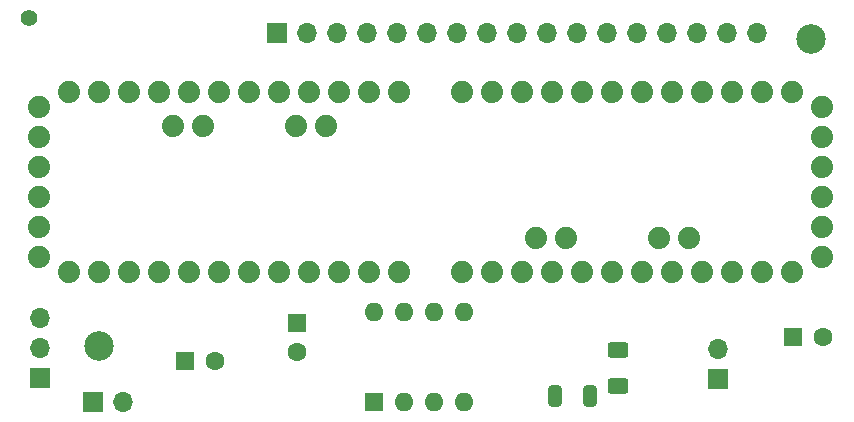
<source format=gbr>
%TF.GenerationSoftware,KiCad,Pcbnew,7.0.2*%
%TF.CreationDate,2023-05-22T23:48:16+02:00*%
%TF.ProjectId,ToneLighter,546f6e65-4c69-4676-9874-65722e6b6963,rev?*%
%TF.SameCoordinates,Original*%
%TF.FileFunction,Soldermask,Top*%
%TF.FilePolarity,Negative*%
%FSLAX46Y46*%
G04 Gerber Fmt 4.6, Leading zero omitted, Abs format (unit mm)*
G04 Created by KiCad (PCBNEW 7.0.2) date 2023-05-22 23:48:16*
%MOMM*%
%LPD*%
G01*
G04 APERTURE LIST*
G04 Aperture macros list*
%AMRoundRect*
0 Rectangle with rounded corners*
0 $1 Rounding radius*
0 $2 $3 $4 $5 $6 $7 $8 $9 X,Y pos of 4 corners*
0 Add a 4 corners polygon primitive as box body*
4,1,4,$2,$3,$4,$5,$6,$7,$8,$9,$2,$3,0*
0 Add four circle primitives for the rounded corners*
1,1,$1+$1,$2,$3*
1,1,$1+$1,$4,$5*
1,1,$1+$1,$6,$7*
1,1,$1+$1,$8,$9*
0 Add four rect primitives between the rounded corners*
20,1,$1+$1,$2,$3,$4,$5,0*
20,1,$1+$1,$4,$5,$6,$7,0*
20,1,$1+$1,$6,$7,$8,$9,0*
20,1,$1+$1,$8,$9,$2,$3,0*%
G04 Aperture macros list end*
%ADD10R,1.600000X1.600000*%
%ADD11C,1.600000*%
%ADD12C,2.500000*%
%ADD13C,1.879600*%
%ADD14O,1.600000X1.600000*%
%ADD15RoundRect,0.250000X-0.625000X0.400000X-0.625000X-0.400000X0.625000X-0.400000X0.625000X0.400000X0*%
%ADD16R,1.700000X1.700000*%
%ADD17O,1.700000X1.700000*%
%ADD18C,1.400000*%
%ADD19RoundRect,0.250000X-0.325000X-0.650000X0.325000X-0.650000X0.325000X0.650000X-0.325000X0.650000X0*%
G04 APERTURE END LIST*
D10*
%TO.C,C2*%
X82500000Y-64750000D03*
D11*
X85000000Y-64750000D03*
%TD*%
D12*
%TO.C,REF\u002A\u002A*%
X135500000Y-37500000D03*
%TD*%
%TO.C,REF\u002A\u002A*%
X75250000Y-63500000D03*
%TD*%
D13*
%TO.C,U3*%
X136463000Y-56021000D03*
X136463000Y-53481000D03*
X136463000Y-50941000D03*
X136463000Y-48401000D03*
X136463000Y-45861000D03*
X136463000Y-43321000D03*
X122620000Y-54370000D03*
X125160000Y-54370000D03*
X114746000Y-54370000D03*
X112206000Y-54370000D03*
X133923000Y-57291000D03*
X131383000Y-57291000D03*
X128843000Y-57291000D03*
X126303000Y-57291000D03*
X123763000Y-57291000D03*
X121223000Y-57291000D03*
X118683000Y-57291000D03*
X116143000Y-57291000D03*
X113603000Y-57291000D03*
X111063000Y-57291000D03*
X108523000Y-57291000D03*
X105983000Y-57291000D03*
X105983000Y-42051000D03*
X108523000Y-42051000D03*
X111063000Y-42051000D03*
X113603000Y-42051000D03*
X116143000Y-42051000D03*
X118683000Y-42051000D03*
X121223000Y-42051000D03*
X123763000Y-42051000D03*
X126303000Y-42051000D03*
X128843000Y-42051000D03*
X131383000Y-42051000D03*
X133923000Y-42051000D03*
%TD*%
%TO.C,U2*%
X72710000Y-57240000D03*
X75250000Y-57240000D03*
X77790000Y-57240000D03*
X80330000Y-57240000D03*
X82870000Y-57240000D03*
X85410000Y-57240000D03*
X87950000Y-57240000D03*
X90490000Y-57240000D03*
X93030000Y-57240000D03*
X95570000Y-57240000D03*
X98110000Y-57240000D03*
X100650000Y-57240000D03*
X100650000Y-42000000D03*
X98110000Y-42000000D03*
X95570000Y-42000000D03*
X93030000Y-42000000D03*
X90490000Y-42000000D03*
X87950000Y-42000000D03*
X85410000Y-42000000D03*
X82870000Y-42000000D03*
X80330000Y-42000000D03*
X77790000Y-42000000D03*
X75250000Y-42000000D03*
X72710000Y-42000000D03*
X94427000Y-44921000D03*
X91887000Y-44921000D03*
X81473000Y-44921000D03*
X84013000Y-44921000D03*
X70170000Y-55970000D03*
X70170000Y-53430000D03*
X70170000Y-50890000D03*
X70170000Y-48350000D03*
X70170000Y-45810000D03*
X70170000Y-43270000D03*
%TD*%
D10*
%TO.C,U1*%
X98480000Y-68250000D03*
D14*
X101020000Y-68250000D03*
X103560000Y-68250000D03*
X106100000Y-68250000D03*
X106100000Y-60630000D03*
X103560000Y-60630000D03*
X101020000Y-60630000D03*
X98480000Y-60630000D03*
%TD*%
D15*
%TO.C,R12*%
X119127000Y-63829000D03*
X119127000Y-66929000D03*
%TD*%
D16*
%TO.C,J5*%
X90270000Y-37000000D03*
D17*
X92810000Y-37000000D03*
X95350000Y-37000000D03*
X97890000Y-37000000D03*
X100430000Y-37000000D03*
X102970000Y-37000000D03*
X105510000Y-37000000D03*
X108050000Y-37000000D03*
X110590000Y-37000000D03*
X113130000Y-37000000D03*
X115670000Y-37000000D03*
X118210000Y-37000000D03*
X120750000Y-37000000D03*
X123290000Y-37000000D03*
X125830000Y-37000000D03*
X128370000Y-37000000D03*
X130910000Y-37000000D03*
%TD*%
D18*
%TO.C,J4*%
X69250000Y-35750000D03*
%TD*%
D16*
%TO.C,J3*%
X127600000Y-66275000D03*
D17*
X127600000Y-63735000D03*
%TD*%
D16*
%TO.C,J2*%
X70223000Y-66196000D03*
D17*
X70223000Y-63656000D03*
X70223000Y-61116000D03*
%TD*%
D16*
%TO.C,J1*%
X74710000Y-68250000D03*
D17*
X77250000Y-68250000D03*
%TD*%
D19*
%TO.C,C6*%
X113800000Y-67750000D03*
X116750000Y-67750000D03*
%TD*%
D10*
%TO.C,C3*%
X134000000Y-62750000D03*
D11*
X136500000Y-62750000D03*
%TD*%
D10*
%TO.C,C1*%
X92000000Y-61544888D03*
D11*
X92000000Y-64044888D03*
%TD*%
M02*

</source>
